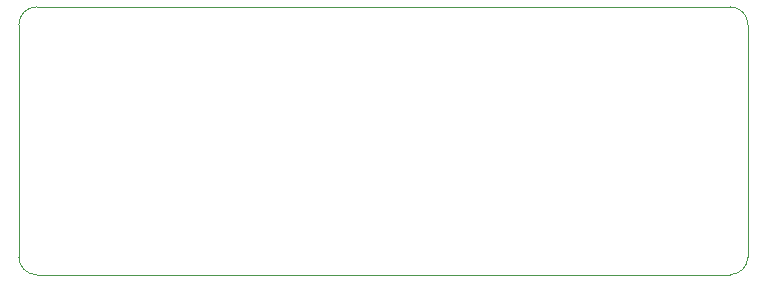
<source format=gbr>
%TF.GenerationSoftware,KiCad,Pcbnew,6.0.1-79c1e3a40b~116~ubuntu20.04.1*%
%TF.CreationDate,2022-02-17T01:53:59+05:30*%
%TF.ProjectId,lsa,6c73612e-6b69-4636-9164-5f7063625858,rev?*%
%TF.SameCoordinates,Original*%
%TF.FileFunction,Profile,NP*%
%FSLAX46Y46*%
G04 Gerber Fmt 4.6, Leading zero omitted, Abs format (unit mm)*
G04 Created by KiCad (PCBNEW 6.0.1-79c1e3a40b~116~ubuntu20.04.1) date 2022-02-17 01:53:59*
%MOMM*%
%LPD*%
G01*
G04 APERTURE LIST*
%TA.AperFunction,Profile*%
%ADD10C,0.100000*%
%TD*%
G04 APERTURE END LIST*
D10*
X147039340Y-90579340D02*
X147039340Y-70910660D01*
X86810000Y-92090000D02*
X145539340Y-92079340D01*
X85310000Y-90590000D02*
G75*
G03*
X86810000Y-92090000I1500001J1D01*
G01*
X145539340Y-69410660D02*
X86810000Y-69410000D01*
X86810000Y-69410000D02*
G75*
G03*
X85310000Y-70910000I1J-1500001D01*
G01*
X145539340Y-92079340D02*
G75*
G03*
X147039340Y-90579340I-1J1500001D01*
G01*
X85310000Y-70910000D02*
X85310000Y-90590000D01*
X147039340Y-70910660D02*
G75*
G03*
X145539340Y-69410660I-1500001J-1D01*
G01*
M02*

</source>
